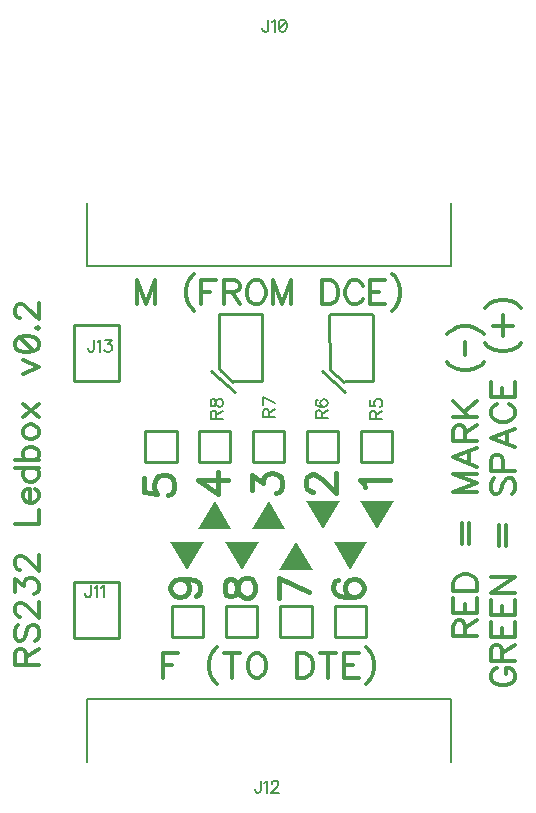
<source format=gto>
G04 DipTrace 3.3.1.3*
G04 LEDboxV0.2.gto*
%MOMM*%
G04 #@! TF.FileFunction,Legend,Top*
G04 #@! TF.Part,Single*
%ADD10C,0.25*%
%ADD20C,0.2032*%
%ADD50C,0.15686*%
%ADD51C,0.31373*%
%ADD52C,0.39216*%
%FSLAX35Y35*%
G04*
G71*
G90*
G75*
G01*
G04 TopSilk*
%LPD*%
X839495Y1444515D2*
D10*
X1221265D1*
Y1918138D1*
X839495D1*
Y1444515D1*
X4030750Y931750D2*
D20*
Y397729D1*
X950750Y931750D2*
Y397729D1*
X4030750Y931750D2*
X950750D1*
Y4592753D2*
Y5126774D1*
X4030750Y4592753D2*
Y5126774D1*
X950750Y4592753D2*
X4030750D1*
X1901000Y2934277D2*
D10*
X2165120D1*
Y3198397D1*
X1901000D1*
Y2934277D1*
X1444590D2*
X1708710D1*
Y3198397D1*
X1444590D1*
Y2934277D1*
X3047970Y1451953D2*
X3312090D1*
Y1716073D1*
X3047970D1*
Y1451953D1*
X2587593D2*
X2851713D1*
Y1716073D1*
X2587593D1*
Y1451953D1*
X2127217D2*
X2391337D1*
Y1716073D1*
X2127217D1*
Y1451953D1*
X1666843D2*
X1930963D1*
Y1716073D1*
X1666843D1*
Y1451953D1*
X3270213Y2934277D2*
X3534333D1*
Y3198397D1*
X3270213D1*
Y2934277D1*
X2813810D2*
X3077930D1*
Y3198397D1*
X2813810D1*
Y2934277D1*
X2357403D2*
X2621523D1*
Y3198397D1*
X2357403D1*
Y2934277D1*
X3131033Y3621320D2*
X3360243Y3619743D1*
X3006422Y4188910D2*
X3365992Y4186808D1*
X3370573Y3625590D2*
X3368844Y4182669D1*
X3004910Y3725903D2*
X3003743Y4178465D1*
X3009534Y3718217D2*
X3123340Y3618232D1*
X2938347Y3704816D2*
X3136566Y3531977D1*
X2194410Y3621320D2*
X2423620Y3619743D1*
X2069799Y4188910D2*
X2429368Y4186808D1*
X2433950Y3625590D2*
X2432221Y4182669D1*
X2068286Y3725903D2*
X2067119Y4178465D1*
X2072911Y3718217D2*
X2186716Y3618232D1*
X2001723Y3704816D2*
X2199942Y3531977D1*
X839495Y3619388D2*
X1221265D1*
Y4093012D1*
X839495D1*
Y3619388D1*
G36*
X2802963Y2609460D2*
X2945830Y2371330D1*
X3088710Y2609460D1*
D1*
X2802963D1*
G37*
G36*
X2630980Y2371333D2*
X2488107Y2609457D1*
X2345227Y2371333D1*
D1*
X2630980D1*
G37*
G36*
X2173250Y2371330D2*
X2030377Y2609460D1*
X1887497Y2371330D1*
D1*
X2173250D1*
G37*
G36*
X3038433Y2260210D2*
X3181307Y2022087D1*
X3324187Y2260210D1*
D1*
X3038433D1*
G37*
G36*
X3260687Y2609457D2*
X3403560Y2371333D1*
X3546433Y2609457D1*
D1*
X3260687D1*
G37*
G36*
X2863813Y2022080D2*
X2720933Y2260210D1*
X2578057Y2022080D1*
D1*
X2863813D1*
G37*
G36*
X2117683Y2260210D2*
X2260557Y2022080D1*
X2403437Y2260210D1*
D1*
X2117683D1*
G37*
G36*
X1657307D2*
X1800180Y2022087D1*
X1943060Y2260210D1*
D1*
X1657307D1*
G37*
X983078Y1892304D2*
D50*
Y1814587D1*
X978249Y1799987D1*
X973307Y1795158D1*
X963649Y1790217D1*
X953878D1*
X944220Y1795158D1*
X939390Y1799987D1*
X934449Y1814587D1*
Y1824246D1*
X1014451Y1872763D2*
X1024221Y1877704D1*
X1038821Y1892192D1*
Y1790217D1*
X1070194Y1872763D2*
X1079965Y1877704D1*
X1094565Y1892192D1*
Y1790217D1*
X2421601Y239163D2*
Y161446D1*
X2416772Y146846D1*
X2411830Y142017D1*
X2402172Y137075D1*
X2392401D1*
X2382742Y142017D1*
X2377913Y146846D1*
X2372972Y161446D1*
Y171104D1*
X2452973Y219621D2*
X2462744Y224563D1*
X2477344Y239050D1*
Y137075D1*
X2513658Y214792D2*
Y219621D1*
X2518487Y229392D1*
X2523317Y234221D1*
X2533087Y239050D1*
X2552517D1*
X2562175Y234221D1*
X2567004Y229392D1*
X2571946Y219621D1*
Y209963D1*
X2567004Y200192D1*
X2557346Y185704D1*
X2508717Y137075D1*
X2576775D1*
X2485101Y6681619D2*
Y6603903D1*
X2480272Y6589303D1*
X2475330Y6584473D1*
X2465672Y6579532D1*
X2455901D1*
X2446242Y6584473D1*
X2441413Y6589303D1*
X2436472Y6603903D1*
Y6613561D1*
X2516473Y6662078D2*
X2526244Y6667019D1*
X2540844Y6681507D1*
Y6579532D1*
X2601417Y6681507D2*
X2586817Y6676678D1*
X2577046Y6662078D1*
X2572217Y6637819D1*
Y6623219D1*
X2577046Y6598961D1*
X2586817Y6584361D1*
X2601417Y6579532D1*
X2611075D1*
X2625675Y6584361D1*
X2635334Y6598961D1*
X2640275Y6623219D1*
Y6637819D1*
X2635334Y6662078D1*
X2625675Y6676678D1*
X2611075Y6681507D1*
X2601417D1*
X2635334Y6662078D2*
X2577046Y6598961D1*
X3395400Y3304066D2*
Y3347753D1*
X3390459Y3362353D1*
X3385629Y3367295D1*
X3375971Y3372124D1*
X3366200D1*
X3356542Y3367295D1*
X3351600Y3362353D1*
X3346771Y3347753D1*
Y3304066D1*
X3448858D1*
X3395400Y3338095D2*
X3448859Y3372124D1*
X3346883Y3461784D2*
Y3413267D1*
X3390571Y3408438D1*
X3385742Y3413267D1*
X3380800Y3427867D1*
Y3442355D1*
X3385742Y3456955D1*
X3395400Y3466726D1*
X3410000Y3471555D1*
X3419659D1*
X3434259Y3466726D1*
X3444029Y3456955D1*
X3448858Y3442355D1*
Y3427867D1*
X3444029Y3413267D1*
X3439088Y3408438D1*
X3429429Y3403496D1*
X2936527Y3306540D2*
Y3350227D1*
X2931585Y3364827D1*
X2926756Y3369769D1*
X2917098Y3374598D1*
X2907327D1*
X2897668Y3369769D1*
X2892727Y3364827D1*
X2887897Y3350227D1*
Y3306540D1*
X2989985D1*
X2936527Y3340569D2*
X2989985Y3374598D1*
X2902498Y3464258D2*
X2892839Y3459429D1*
X2888010Y3444829D1*
Y3435171D1*
X2892839Y3420571D1*
X2907439Y3410800D1*
X2931698Y3405971D1*
X2955956Y3405970D1*
X2975385Y3410800D1*
X2985156Y3420570D1*
X2989985Y3435170D1*
Y3440000D1*
X2985156Y3454487D1*
X2975385Y3464258D1*
X2960785Y3469087D1*
X2955956D1*
X2941356Y3464258D1*
X2931698Y3454487D1*
X2926868Y3440000D1*
Y3435171D1*
X2931698Y3420571D1*
X2941356Y3410800D1*
X2955956Y3405970D1*
X2490530Y3319942D2*
Y3363630D1*
X2485589Y3378230D1*
X2480759Y3383171D1*
X2471101Y3388001D1*
X2461330D1*
X2451672Y3383171D1*
X2446730Y3378230D1*
X2441901Y3363630D1*
Y3319942D1*
X2543988D1*
X2490530Y3353971D2*
X2543989Y3388000D1*
X2543988Y3438802D2*
X2442013Y3487432D1*
Y3419373D1*
X2046027Y3304125D2*
Y3347813D1*
X2041085Y3362413D1*
X2036256Y3367354D1*
X2026598Y3372183D1*
X2016827D1*
X2007168Y3367354D1*
X2002227Y3362413D1*
X1997397Y3347813D1*
Y3304125D1*
X2099485D1*
X2046027Y3338154D2*
X2099485Y3372183D1*
X1997510Y3427814D2*
X2002339Y3413327D1*
X2011998Y3408385D1*
X2021768D1*
X2031427Y3413327D1*
X2036368Y3422985D1*
X2041198Y3442414D1*
X2046027Y3457014D1*
X2055798Y3466673D1*
X2065456Y3471502D1*
X2080056D1*
X2089714Y3466673D1*
X2094656Y3461843D1*
X2099485Y3447243D1*
Y3427814D1*
X2094656Y3413327D1*
X2089714Y3408385D1*
X2080056Y3403556D1*
X2065456D1*
X2055798Y3408385D1*
X2046027Y3418156D1*
X2041198Y3432644D1*
X2036368Y3452073D1*
X2031427Y3461844D1*
X2021768Y3466673D1*
X2011998D1*
X2002339Y3461844D1*
X1997510Y3447244D1*
Y3427814D1*
X1008857Y3971924D2*
Y3894207D1*
X1004028Y3879607D1*
X999087Y3874778D1*
X989428Y3869837D1*
X979657D1*
X969999Y3874778D1*
X965170Y3879607D1*
X960228Y3894207D1*
Y3903866D1*
X1040230Y3952383D2*
X1050001Y3957324D1*
X1064601Y3971812D1*
Y3869837D1*
X1105744Y3971812D2*
X1159090D1*
X1130003Y3932954D1*
X1144603D1*
X1154261Y3928124D1*
X1159090Y3923295D1*
X1164032Y3908695D1*
Y3899037D1*
X1159090Y3884437D1*
X1149432Y3874666D1*
X1134832Y3869837D1*
X1120232D1*
X1105744Y3874666D1*
X1100915Y3879607D1*
X1095973Y3889266D1*
X1527353Y4270888D2*
D51*
Y4475063D1*
X1449637Y4270888D1*
X1371920Y4475063D1*
Y4270888D1*
X1855671Y4528297D2*
X1836130Y4508980D1*
X1816813Y4479780D1*
X1797271Y4440922D1*
X1787613Y4392180D1*
Y4353322D1*
X1797271Y4304805D1*
X1816813Y4265946D1*
X1836130Y4236746D1*
X1855671Y4217429D1*
X2044875Y4475063D2*
X1918416D1*
Y4270888D1*
Y4377805D2*
X1996133D1*
X2107620D2*
X2194995D1*
X2224195Y4387688D1*
X2234078Y4397346D1*
X2243737Y4416663D1*
Y4436205D1*
X2234078Y4455522D1*
X2224195Y4465405D1*
X2194995Y4475063D1*
X2107620D1*
Y4270888D1*
X2175678Y4377805D2*
X2243737Y4270888D1*
X2364882Y4475063D2*
X2345340Y4465405D1*
X2326024Y4445863D1*
X2316140Y4426546D1*
X2306482Y4397346D1*
Y4348605D1*
X2316140Y4319629D1*
X2326024Y4300088D1*
X2345340Y4280771D1*
X2364882Y4270888D1*
X2403740D1*
X2423057Y4280771D1*
X2442599Y4300088D1*
X2452257Y4319629D1*
X2461916Y4348605D1*
Y4397346D1*
X2452257Y4426546D1*
X2442599Y4445863D1*
X2423057Y4465405D1*
X2403740Y4475063D1*
X2364882D1*
X2680095Y4270888D2*
Y4475063D1*
X2602378Y4270888D1*
X2524661Y4475063D1*
Y4270888D1*
X2940354Y4475063D2*
Y4270888D1*
X3008413D1*
X3037613Y4280771D1*
X3057154Y4300088D1*
X3066813Y4319629D1*
X3076471Y4348605D1*
Y4397346D1*
X3066813Y4426546D1*
X3057154Y4445863D1*
X3037613Y4465405D1*
X3008413Y4475063D1*
X2940354D1*
X3284992Y4426546D2*
X3275333Y4445863D1*
X3255792Y4465405D1*
X3236475Y4475063D1*
X3197616D1*
X3178075Y4465405D1*
X3158758Y4445863D1*
X3148875Y4426546D1*
X3139216Y4397346D1*
Y4348605D1*
X3148875Y4319629D1*
X3158758Y4300088D1*
X3178075Y4280771D1*
X3197616Y4270888D1*
X3236475D1*
X3255792Y4280771D1*
X3275333Y4300088D1*
X3284992Y4319629D1*
X3473971Y4475063D2*
X3347737D1*
Y4270888D1*
X3473971D1*
X3347737Y4377805D2*
X3425454D1*
X3536716Y4528297D2*
X3556257Y4508980D1*
X3575574Y4479780D1*
X3595116Y4440922D1*
X3604774Y4392180D1*
Y4353322D1*
X3595116Y4304805D1*
X3575574Y4265946D1*
X3556257Y4236746D1*
X3536716Y4217429D1*
X1721385Y1315937D2*
X1594926D1*
Y1111761D1*
Y1218678D2*
X1672643D1*
X2049703Y1369170D2*
X2030161Y1349853D1*
X2010844Y1320653D1*
X1991303Y1281795D1*
X1981644Y1233053D1*
Y1194195D1*
X1991303Y1145678D1*
X2010844Y1106820D1*
X2030161Y1077620D1*
X2049703Y1058303D1*
X2180506Y1315937D2*
Y1111761D1*
X2112448Y1315937D2*
X2248565D1*
X2369710D2*
X2350168Y1306278D1*
X2330851Y1286737D1*
X2320968Y1267420D1*
X2311310Y1238220D1*
Y1189478D1*
X2320968Y1160503D1*
X2330851Y1140961D1*
X2350168Y1121644D1*
X2369710Y1111761D1*
X2408568D1*
X2427885Y1121644D1*
X2447427Y1140961D1*
X2457085Y1160503D1*
X2466744Y1189478D1*
Y1238220D1*
X2457085Y1267420D1*
X2447427Y1286737D1*
X2427885Y1306278D1*
X2408568Y1315937D1*
X2369710D1*
X2727003D2*
Y1111761D1*
X2795061D1*
X2824261Y1121644D1*
X2843803Y1140961D1*
X2853461Y1160503D1*
X2863120Y1189478D1*
Y1238220D1*
X2853461Y1267420D1*
X2843803Y1286737D1*
X2824261Y1306278D1*
X2795061Y1315937D1*
X2727003D1*
X2993923D2*
Y1111761D1*
X2925865Y1315937D2*
X3061982D1*
X3250961D2*
X3124727D1*
Y1111761D1*
X3250961D1*
X3124727Y1218678D2*
X3202444D1*
X3313706Y1369170D2*
X3333248Y1349853D1*
X3352564Y1320653D1*
X3372106Y1281795D1*
X3381764Y1233053D1*
Y1194195D1*
X3372106Y1145678D1*
X3352564Y1106820D1*
X3333248Y1077620D1*
X3313706Y1058303D1*
X3308221Y2727755D2*
D52*
X3295867Y2752182D1*
X3259648Y2788682D1*
X3514586D1*
X2863884Y2685502D2*
X2851811D1*
X2827384Y2697575D1*
X2815311Y2709648D1*
X2803238Y2734075D1*
Y2782648D1*
X2815311Y2806794D1*
X2827384Y2818867D1*
X2851811Y2831221D1*
X2875957D1*
X2900384Y2818867D1*
X2936603Y2794721D1*
X3058176Y2673148D1*
Y2843294D1*
X2831960Y1834621D2*
X2577021Y1956194D1*
Y1786048D1*
X2116644Y1846838D2*
X2128717Y1810618D1*
X2152863Y1798265D1*
X2177290D1*
X2201437Y1810618D1*
X2213790Y1834765D1*
X2225864Y1883338D1*
X2237937Y1919838D1*
X2262364Y1943984D1*
X2286510Y1956057D1*
X2323010D1*
X2347156Y1943984D1*
X2359510Y1931911D1*
X2371583Y1895411D1*
Y1846838D1*
X2359510Y1810618D1*
X2347156Y1798265D1*
X2323010Y1786192D1*
X2286510D1*
X2262364Y1798265D1*
X2237937Y1822692D1*
X2225864Y1858911D1*
X2213791Y1907484D1*
X2201437Y1931911D1*
X2177291Y1943984D1*
X2152864D1*
X2128717Y1931911D1*
X2116644Y1895411D1*
Y1846838D1*
X2145366Y2788684D2*
X1890428Y2788685D1*
X2060293Y2667112D1*
Y2849331D1*
X1434018Y2802994D2*
Y2681702D1*
X1543237Y2669629D1*
X1531164Y2681702D1*
X1518810Y2718202D1*
Y2754421D1*
X1531164Y2790921D1*
X1555310Y2815348D1*
X1591810Y2827421D1*
X1615956D1*
X1652456Y2815348D1*
X1676883Y2790921D1*
X1688956Y2754421D1*
Y2718202D1*
X1676883Y2681702D1*
X1664529Y2669629D1*
X1640383Y2657275D1*
X3073614Y1937947D2*
X3049467Y1925874D1*
X3037394Y1889374D1*
Y1865228D1*
X3049467Y1828728D1*
X3085967Y1804301D1*
X3146613Y1792228D1*
X3207260D1*
X3255833Y1804301D1*
X3280260Y1828728D1*
X3292333Y1865228D1*
Y1877301D1*
X3280260Y1913520D1*
X3255833Y1937947D1*
X3219333Y1950020D1*
X3207260D1*
X3170760Y1937947D1*
X3146614Y1913520D1*
X3134541Y1877301D1*
X3134540Y1865228D1*
X3146614Y1828728D1*
X3170760Y1804301D1*
X3207260Y1792228D1*
X2346831Y2697572D2*
Y2830937D1*
X2443977Y2758218D1*
Y2794718D1*
X2456050Y2818864D1*
X2468123Y2830937D1*
X2504623Y2843291D1*
X2528770D1*
X2565270Y2830937D1*
X2589696Y2806791D1*
X2601770Y2770291D1*
Y2733791D1*
X2589696Y2697572D1*
X2577342Y2685499D1*
X2553196Y2673145D1*
X1741060Y1950158D2*
X1777560Y1937804D1*
X1801987Y1913658D1*
X1814060Y1877158D1*
Y1865085D1*
X1801987Y1828585D1*
X1777560Y1804439D1*
X1741060Y1792085D1*
X1728987D1*
X1692487Y1804439D1*
X1668341Y1828585D1*
X1656268Y1865085D1*
Y1877158D1*
X1668341Y1913658D1*
X1692487Y1937804D1*
X1741060Y1950158D1*
X1801987D1*
X1862633Y1937804D1*
X1899133Y1913658D1*
X1911206Y1877158D1*
Y1853012D1*
X1899133Y1816512D1*
X1874706Y1804439D1*
X4149789Y1460530D2*
D51*
Y1547905D1*
X4139906Y1577105D1*
X4130247Y1586988D1*
X4110930Y1596647D1*
X4091389D1*
X4072072Y1586988D1*
X4062189Y1577105D1*
X4052530Y1547905D1*
Y1460530D1*
X4256706D1*
X4149789Y1528588D2*
X4256706Y1596647D1*
X4052530Y1785626D2*
Y1659392D1*
X4256706D1*
Y1785625D1*
X4149789Y1659392D2*
Y1737109D1*
X4052530Y1848371D2*
X4256706D1*
Y1916429D1*
X4246822Y1945629D1*
X4227506Y1965171D1*
X4207964Y1974829D1*
X4178989Y1984488D1*
X4130247D1*
X4101047Y1974829D1*
X4081730Y1965171D1*
X4062189Y1945629D1*
X4052530Y1916429D1*
Y1848371D1*
X4125530Y2244747D2*
Y2419722D1*
X4183930Y2244747D2*
Y2419722D1*
X4256706Y2835416D2*
X4052530D1*
X4256706Y2757699D1*
X4052530Y2679982D1*
X4256706D1*
Y3053819D2*
X4052530Y2975878D1*
X4256706Y2898161D1*
X4188647Y2927361D2*
Y3024619D1*
X4149789Y3116564D2*
Y3203940D1*
X4139906Y3233140D1*
X4130247Y3243023D1*
X4110930Y3252681D1*
X4091389D1*
X4072072Y3243023D1*
X4062189Y3233140D1*
X4052530Y3203940D1*
Y3116564D1*
X4256706D1*
X4149789Y3184623D2*
X4256706Y3252681D1*
X4052530Y3315426D2*
X4256706D1*
X4052530Y3451543D2*
X4188647Y3315426D1*
X4139906Y3363943D2*
X4256706Y3451543D1*
X3999296Y3779861D2*
X4018613Y3760320D1*
X4047813Y3741003D1*
X4086672Y3721461D1*
X4135413Y3711803D1*
X4174272D1*
X4222789Y3721461D1*
X4261647Y3741003D1*
X4290847Y3760320D1*
X4310164Y3779861D1*
X4154730Y3842606D2*
Y3954914D1*
X3999296Y4017659D2*
X4018613Y4037201D1*
X4047813Y4056517D1*
X4086672Y4076059D1*
X4135413Y4085717D1*
X4174272D1*
X4222789Y4076059D1*
X4261647Y4056517D1*
X4290847Y4037200D1*
X4310164Y4017659D1*
X4418544Y1191312D2*
X4399227Y1181653D1*
X4379685Y1162112D1*
X4370027Y1142795D1*
Y1103937D1*
X4379685Y1084395D1*
X4399227Y1065078D1*
X4418544Y1055195D1*
X4447744Y1045537D1*
X4496485D1*
X4525461Y1055195D1*
X4545002Y1065078D1*
X4564319Y1084395D1*
X4574202Y1103936D1*
Y1142795D1*
X4564319Y1162112D1*
X4545002Y1181653D1*
X4525461Y1191312D1*
X4496485D1*
Y1142795D1*
X4467285Y1254057D2*
Y1341432D1*
X4457402Y1370632D1*
X4447744Y1380515D1*
X4428427Y1390174D1*
X4408885D1*
X4389568Y1380515D1*
X4379685Y1370632D1*
X4370027Y1341432D1*
Y1254057D1*
X4574202D1*
X4467285Y1322115D2*
X4574202Y1390174D1*
X4370027Y1579153D2*
Y1452919D1*
X4574202D1*
Y1579153D1*
X4467285Y1452919D2*
Y1530636D1*
X4370027Y1768132D2*
Y1641898D1*
X4574202D1*
Y1768132D1*
X4467285Y1641898D2*
Y1719615D1*
X4370027Y1966994D2*
X4574202D1*
X4370027Y1830877D1*
X4574202D1*
X4443027Y2227253D2*
Y2402228D1*
X4501427Y2227253D2*
Y2402228D1*
X4399227Y2798605D2*
X4379685Y2779288D1*
X4370027Y2750088D1*
Y2711229D1*
X4379685Y2682029D1*
X4399227Y2662488D1*
X4418544D1*
X4438085Y2672371D1*
X4447744Y2682029D1*
X4457402Y2701346D1*
X4476944Y2759746D1*
X4486602Y2779288D1*
X4496485Y2788946D1*
X4515802Y2798605D1*
X4545002D1*
X4564319Y2779288D1*
X4574202Y2750088D1*
Y2711229D1*
X4564319Y2682029D1*
X4545002Y2662488D1*
X4476944Y2861350D2*
Y2948950D1*
X4467285Y2977925D1*
X4457402Y2987808D1*
X4438085Y2997467D1*
X4408885D1*
X4389568Y2987808D1*
X4379685Y2977925D1*
X4370027Y2948950D1*
Y2861350D1*
X4574202D1*
Y3215870D2*
X4370027Y3137929D1*
X4574202Y3060212D1*
X4506144Y3089412D2*
Y3186670D1*
X4418544Y3424391D2*
X4399227Y3414732D1*
X4379685Y3395191D1*
X4370027Y3375874D1*
Y3337015D1*
X4379685Y3317474D1*
X4399227Y3298157D1*
X4418544Y3288274D1*
X4447744Y3278615D1*
X4496485D1*
X4525461Y3288274D1*
X4545002Y3298157D1*
X4564319Y3317474D1*
X4574202Y3337015D1*
Y3375874D1*
X4564319Y3395191D1*
X4545002Y3414732D1*
X4525461Y3424391D1*
X4370027Y3613370D2*
Y3487136D1*
X4574202D1*
Y3613370D1*
X4467285Y3487136D2*
Y3564853D1*
X4316793Y3941688D2*
X4336110Y3922146D1*
X4365310Y3902829D1*
X4404168Y3883288D1*
X4452910Y3873629D1*
X4491768D1*
X4540285Y3883288D1*
X4579144Y3902829D1*
X4608344Y3922146D1*
X4627661Y3941688D1*
X4384739Y4091808D2*
X4559714D1*
X4472339Y4004433D2*
Y4179408D1*
X4316793Y4242153D2*
X4336110Y4261695D1*
X4365310Y4281012D1*
X4404168Y4300553D1*
X4452910Y4310212D1*
X4491768D1*
X4540285Y4300553D1*
X4579144Y4281012D1*
X4608344Y4261695D1*
X4627661Y4242153D1*
X435035Y1220163D2*
Y1307539D1*
X425152Y1336739D1*
X415494Y1346622D1*
X396177Y1356280D1*
X376635D1*
X357318Y1346622D1*
X347435Y1336739D1*
X337777Y1307539D1*
Y1220163D1*
X541952D1*
X435035Y1288222D2*
X541952Y1356280D1*
X366977Y1555142D2*
X347435Y1535825D1*
X337777Y1506625D1*
Y1467767D1*
X347435Y1438567D1*
X366977Y1419025D1*
X386294D1*
X405835Y1428908D1*
X415494Y1438567D1*
X425152Y1457884D1*
X444694Y1516284D1*
X454352Y1535825D1*
X464235Y1545483D1*
X483552Y1555142D1*
X512752D1*
X532069Y1535825D1*
X541952Y1506625D1*
Y1467767D1*
X532069Y1438567D1*
X512752Y1419025D1*
X386518Y1627770D2*
X376860D1*
X357318Y1637429D1*
X347660Y1647087D1*
X338002Y1666629D1*
Y1705487D1*
X347660Y1724804D1*
X357318Y1734462D1*
X376860Y1744346D1*
X396177Y1744345D1*
X415718Y1734462D1*
X444694Y1715145D1*
X541952Y1617887D1*
Y1754004D1*
X338002Y1836291D2*
Y1942983D1*
X415718Y1884807D1*
Y1914007D1*
X425377Y1933324D1*
X435035Y1942983D1*
X464235Y1952866D1*
X483552D1*
X512752Y1942983D1*
X532294Y1923666D1*
X541952Y1894466D1*
Y1865266D1*
X532294Y1836291D1*
X522411Y1826632D1*
X503094Y1816749D1*
X386518Y2025494D2*
X376860D1*
X357318Y2035153D1*
X347660Y2044811D1*
X338002Y2064353D1*
X338001Y2103211D1*
X347660Y2122528D1*
X357318Y2132186D1*
X376860Y2142070D1*
X396177D1*
X415718Y2132186D1*
X444694Y2112869D1*
X541952Y2015611D1*
Y2151728D1*
X337777Y2411987D2*
X541952D1*
Y2528563D1*
X464235Y2591308D2*
Y2707883D1*
X444694D1*
X425152Y2698225D1*
X415494Y2688566D1*
X405835Y2669025D1*
Y2639825D1*
X415494Y2620508D1*
X435035Y2600966D1*
X464235Y2591308D1*
X483552D1*
X512752Y2600966D1*
X532069Y2620508D1*
X541952Y2639825D1*
Y2669025D1*
X532069Y2688566D1*
X512752Y2707883D1*
X337777Y2887204D2*
X541952D1*
X435035D2*
X415494Y2867887D1*
X405835Y2848345D1*
Y2819145D1*
X415494Y2799828D1*
X435035Y2780287D1*
X464235Y2770628D1*
X483552D1*
X512752Y2780287D1*
X532069Y2799828D1*
X541952Y2819145D1*
Y2848345D1*
X532069Y2867887D1*
X512752Y2887204D1*
X337777Y2949949D2*
X541952D1*
X435035D2*
X415494Y2969490D1*
X405835Y2988807D1*
Y3018007D1*
X415494Y3037324D1*
X435035Y3056866D1*
X464235Y3066524D1*
X483552D1*
X512752Y3056866D1*
X532069Y3037324D1*
X541952Y3018007D1*
Y2988807D1*
X532069Y2969490D1*
X512752Y2949949D1*
X405835Y3177786D2*
X415494Y3158469D1*
X435035Y3138928D1*
X464235Y3129269D1*
X483552D1*
X512752Y3138928D1*
X532069Y3158469D1*
X541952Y3177786D1*
Y3206986D1*
X532069Y3226528D1*
X512752Y3245845D1*
X483552Y3255728D1*
X464235D1*
X435035Y3245845D1*
X415494Y3226528D1*
X405835Y3206986D1*
Y3177786D1*
Y3318473D2*
X541952Y3425390D1*
X405835D2*
X541952Y3318473D1*
X405835Y3685649D2*
X541952Y3744049D1*
X405835Y3802225D1*
X338001Y3923370D2*
X347660Y3894170D1*
X376860Y3874628D1*
X425377Y3864970D1*
X454577D1*
X503094Y3874628D1*
X532294Y3894170D1*
X541952Y3923370D1*
Y3942687D1*
X532294Y3971887D1*
X503094Y3991204D1*
X454577Y4001087D1*
X425377D1*
X376860Y3991204D1*
X347660Y3971887D1*
X338001Y3942687D1*
Y3923370D1*
X376860Y3991204D2*
X503094Y3874628D1*
X522411Y4073490D2*
X532294Y4063832D1*
X541952Y4073490D1*
X532294Y4083373D1*
X522411Y4073490D1*
X386518Y4156001D2*
X376860D1*
X357318Y4165660D1*
X347660Y4175318D1*
X338001Y4194860D1*
Y4233718D1*
X347660Y4253035D1*
X357318Y4262694D1*
X376860Y4272577D1*
X396177D1*
X415718Y4262694D1*
X444694Y4243377D1*
X541952Y4146118D1*
Y4282235D1*
M02*

</source>
